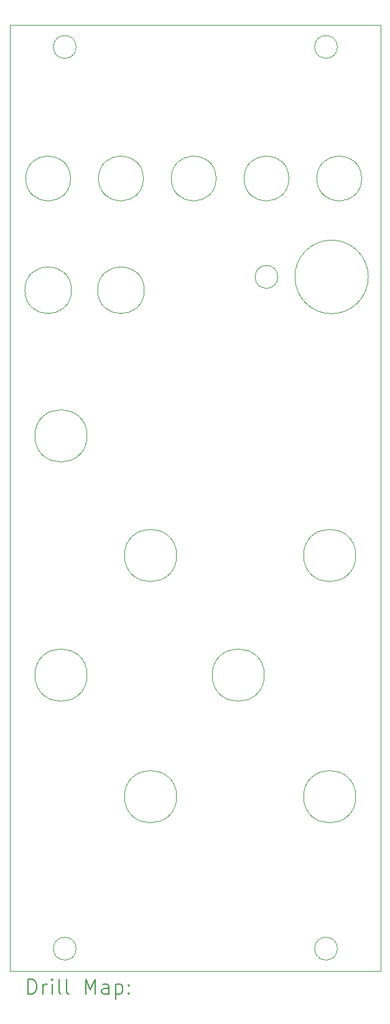
<source format=gbr>
%FSLAX45Y45*%
G04 Gerber Fmt 4.5, Leading zero omitted, Abs format (unit mm)*
G04 Created by KiCad (PCBNEW (6.0.0)) date 2022-08-05 10:13:34*
%MOMM*%
%LPD*%
G01*
G04 APERTURE LIST*
%TA.AperFunction,Profile*%
%ADD10C,0.100000*%
%TD*%
%ADD11C,0.200000*%
G04 APERTURE END LIST*
D10*
X9735900Y-6985400D02*
G75*
G03*
X9735900Y-6985400I-317500J0D01*
G01*
X11704600Y-5467600D02*
G75*
G03*
X11704600Y-5467600I-305000J0D01*
G01*
X8809000Y-15930600D02*
G75*
G03*
X8809000Y-15930600I-155000J0D01*
G01*
X12615200Y-13866100D02*
G75*
G03*
X12615200Y-13866100I-355000J0D01*
G01*
X11554600Y-6804600D02*
G75*
G03*
X11554600Y-6804600I-155000J0D01*
G01*
X7904000Y-3380600D02*
X12954000Y-3380600D01*
X12954000Y-3380600D02*
X12954000Y-16230600D01*
X12954000Y-16230600D02*
X7904000Y-16230600D01*
X7904000Y-16230600D02*
X7904000Y-3380600D01*
X12695200Y-5467600D02*
G75*
G03*
X12695200Y-5467600I-305000J0D01*
G01*
X11370600Y-12214800D02*
G75*
G03*
X11370600Y-12214800I-355000J0D01*
G01*
X8732800Y-5467600D02*
G75*
G03*
X8732800Y-5467600I-305000J0D01*
G01*
X10714000Y-5467600D02*
G75*
G03*
X10714000Y-5467600I-305000J0D01*
G01*
X9723400Y-5467600D02*
G75*
G03*
X9723400Y-5467600I-305000J0D01*
G01*
X12785600Y-6804600D02*
G75*
G03*
X12785600Y-6804600I-500000J0D01*
G01*
X8745300Y-6985400D02*
G75*
G03*
X8745300Y-6985400I-317500J0D01*
G01*
X10176800Y-13866100D02*
G75*
G03*
X10176800Y-13866100I-355000J0D01*
G01*
X12365000Y-15930600D02*
G75*
G03*
X12365000Y-15930600I-155000J0D01*
G01*
X10176800Y-10589500D02*
G75*
G03*
X10176800Y-10589500I-355000J0D01*
G01*
X8957600Y-12214800D02*
G75*
G03*
X8957600Y-12214800I-355000J0D01*
G01*
X8809000Y-3680600D02*
G75*
G03*
X8809000Y-3680600I-155000J0D01*
G01*
X12615200Y-10589500D02*
G75*
G03*
X12615200Y-10589500I-355000J0D01*
G01*
X8957600Y-8964200D02*
G75*
G03*
X8957600Y-8964200I-355000J0D01*
G01*
X12365000Y-3680600D02*
G75*
G03*
X12365000Y-3680600I-155000J0D01*
G01*
D11*
X8156619Y-16546076D02*
X8156619Y-16346076D01*
X8204238Y-16346076D01*
X8232809Y-16355600D01*
X8251857Y-16374648D01*
X8261381Y-16393695D01*
X8270905Y-16431790D01*
X8270905Y-16460362D01*
X8261381Y-16498457D01*
X8251857Y-16517505D01*
X8232809Y-16536552D01*
X8204238Y-16546076D01*
X8156619Y-16546076D01*
X8356619Y-16546076D02*
X8356619Y-16412743D01*
X8356619Y-16450838D02*
X8366143Y-16431790D01*
X8375667Y-16422267D01*
X8394714Y-16412743D01*
X8413762Y-16412743D01*
X8480429Y-16546076D02*
X8480429Y-16412743D01*
X8480429Y-16346076D02*
X8470905Y-16355600D01*
X8480429Y-16365124D01*
X8489952Y-16355600D01*
X8480429Y-16346076D01*
X8480429Y-16365124D01*
X8604238Y-16546076D02*
X8585190Y-16536552D01*
X8575667Y-16517505D01*
X8575667Y-16346076D01*
X8709000Y-16546076D02*
X8689952Y-16536552D01*
X8680429Y-16517505D01*
X8680429Y-16346076D01*
X8937571Y-16546076D02*
X8937571Y-16346076D01*
X9004238Y-16488933D01*
X9070905Y-16346076D01*
X9070905Y-16546076D01*
X9251857Y-16546076D02*
X9251857Y-16441314D01*
X9242333Y-16422267D01*
X9223286Y-16412743D01*
X9185190Y-16412743D01*
X9166143Y-16422267D01*
X9251857Y-16536552D02*
X9232810Y-16546076D01*
X9185190Y-16546076D01*
X9166143Y-16536552D01*
X9156619Y-16517505D01*
X9156619Y-16498457D01*
X9166143Y-16479409D01*
X9185190Y-16469886D01*
X9232810Y-16469886D01*
X9251857Y-16460362D01*
X9347095Y-16412743D02*
X9347095Y-16612743D01*
X9347095Y-16422267D02*
X9366143Y-16412743D01*
X9404238Y-16412743D01*
X9423286Y-16422267D01*
X9432810Y-16431790D01*
X9442333Y-16450838D01*
X9442333Y-16507981D01*
X9432810Y-16527028D01*
X9423286Y-16536552D01*
X9404238Y-16546076D01*
X9366143Y-16546076D01*
X9347095Y-16536552D01*
X9528048Y-16527028D02*
X9537571Y-16536552D01*
X9528048Y-16546076D01*
X9518524Y-16536552D01*
X9528048Y-16527028D01*
X9528048Y-16546076D01*
X9528048Y-16422267D02*
X9537571Y-16431790D01*
X9528048Y-16441314D01*
X9518524Y-16431790D01*
X9528048Y-16422267D01*
X9528048Y-16441314D01*
M02*

</source>
